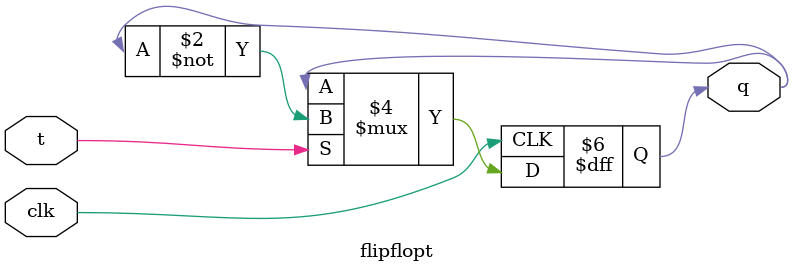
<source format=v>
module flipflopt(input clk, input t, output reg q);

 always @(posedge clk) begin
  if (t)
   q <= ~q;
  
  else  
   q <= q;
 end
	
endmodule 
</source>
